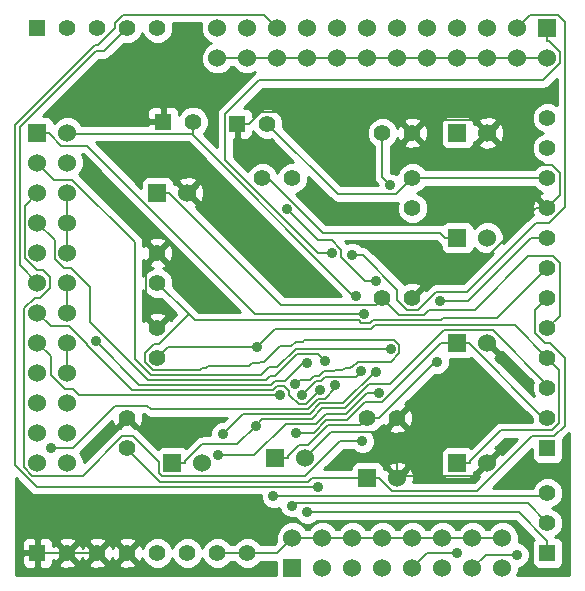
<source format=gbl>
G04 (created by PCBNEW (2013-03-31 BZR 4008)-stable) date 6/6/2013 1:10:11 PM*
%MOIN*%
G04 Gerber Fmt 3.4, Leading zero omitted, Abs format*
%FSLAX34Y34*%
G01*
G70*
G90*
G04 APERTURE LIST*
%ADD10C,0.006*%
%ADD11R,0.055X0.055*%
%ADD12C,0.055*%
%ADD13R,0.06X0.06*%
%ADD14C,0.06*%
%ADD15C,0.035*%
%ADD16C,0.008*%
%ADD17C,0.01*%
G04 APERTURE END LIST*
G54D10*
G54D11*
X16000Y-29000D03*
G54D12*
X17000Y-29000D03*
X18000Y-29000D03*
X19000Y-29000D03*
X20000Y-29000D03*
X21000Y-29000D03*
X22000Y-29000D03*
X23000Y-29000D03*
G54D11*
X16000Y-11500D03*
G54D12*
X17000Y-11500D03*
X18000Y-11500D03*
X19000Y-11500D03*
X20000Y-11500D03*
G54D11*
X33000Y-29000D03*
G54D12*
X33000Y-28000D03*
X33000Y-27000D03*
G54D11*
X22665Y-14696D03*
G54D12*
X23665Y-14696D03*
G54D11*
X20185Y-14629D03*
G54D12*
X21185Y-14629D03*
G54D11*
X33000Y-25500D03*
G54D12*
X33000Y-24500D03*
X33000Y-23500D03*
X33000Y-22500D03*
X33000Y-21500D03*
X33000Y-20500D03*
X33000Y-19500D03*
X33000Y-18500D03*
X33000Y-17500D03*
X33000Y-16500D03*
X33000Y-15500D03*
X33000Y-14500D03*
G54D13*
X24500Y-29500D03*
G54D14*
X24500Y-28500D03*
X25500Y-29500D03*
X25500Y-28500D03*
X26500Y-29500D03*
X26500Y-28500D03*
X27500Y-29500D03*
X27500Y-28500D03*
X28500Y-29500D03*
X28500Y-28500D03*
X29500Y-29500D03*
X29500Y-28500D03*
X30500Y-29500D03*
X30500Y-28500D03*
X31500Y-29500D03*
X31500Y-28500D03*
G54D13*
X33000Y-11500D03*
G54D14*
X33000Y-12500D03*
X32000Y-11500D03*
X32000Y-12500D03*
X31000Y-11500D03*
X31000Y-12500D03*
X30000Y-11500D03*
X30000Y-12500D03*
X29000Y-11500D03*
X29000Y-12500D03*
X28000Y-11500D03*
X28000Y-12500D03*
X27000Y-11500D03*
X27000Y-12500D03*
X26000Y-11500D03*
X26000Y-12500D03*
X25000Y-11500D03*
X25000Y-12500D03*
X24000Y-11500D03*
X24000Y-12500D03*
X23000Y-11500D03*
X23000Y-12500D03*
X22000Y-11500D03*
X22000Y-12500D03*
G54D13*
X16000Y-15000D03*
G54D14*
X17000Y-15000D03*
X16000Y-16000D03*
X17000Y-16000D03*
X16000Y-17000D03*
X17000Y-17000D03*
X16000Y-18000D03*
X17000Y-18000D03*
X16000Y-19000D03*
X17000Y-19000D03*
X16000Y-20000D03*
X17000Y-20000D03*
X16000Y-21000D03*
X17000Y-21000D03*
X16000Y-22000D03*
X17000Y-22000D03*
X16000Y-23000D03*
X17000Y-23000D03*
X16000Y-24000D03*
X17000Y-24000D03*
X16000Y-25000D03*
X17000Y-25000D03*
X16000Y-26000D03*
X17000Y-26000D03*
G54D13*
X30000Y-26000D03*
G54D14*
X31000Y-26000D03*
G54D13*
X20000Y-17000D03*
G54D14*
X21000Y-17000D03*
G54D13*
X27000Y-26500D03*
G54D14*
X28000Y-26500D03*
G54D13*
X30000Y-15000D03*
G54D14*
X31000Y-15000D03*
G54D13*
X23929Y-25838D03*
G54D14*
X24929Y-25838D03*
G54D13*
X20500Y-26000D03*
G54D14*
X21500Y-26000D03*
G54D13*
X30000Y-22000D03*
G54D14*
X31000Y-22000D03*
G54D13*
X30000Y-18500D03*
G54D14*
X31000Y-18500D03*
G54D12*
X23500Y-16500D03*
X24500Y-16500D03*
X27500Y-15000D03*
X28500Y-15000D03*
X20000Y-22500D03*
X20000Y-21500D03*
X28500Y-17500D03*
X28500Y-16500D03*
X27500Y-20500D03*
X28500Y-20500D03*
X19000Y-25500D03*
X19000Y-24500D03*
X20000Y-20000D03*
X20000Y-19000D03*
X27000Y-24500D03*
X28000Y-24500D03*
G54D15*
X23305Y-22135D03*
X26609Y-20425D03*
X24984Y-22683D03*
X17952Y-21944D03*
X24991Y-27641D03*
X24491Y-27425D03*
X23866Y-27118D03*
X26897Y-21020D03*
X26496Y-19076D03*
X25801Y-19006D03*
X30000Y-29000D03*
X27293Y-19932D03*
X24318Y-17550D03*
X25419Y-23560D03*
X25354Y-26795D03*
X31986Y-29065D03*
X22181Y-25038D03*
X27300Y-22965D03*
X27375Y-23665D03*
X22026Y-25732D03*
X27769Y-22190D03*
X26775Y-22951D03*
X24826Y-23744D03*
X26830Y-25272D03*
X24095Y-23737D03*
X25581Y-22612D03*
X25932Y-23418D03*
X16451Y-25507D03*
X24618Y-24991D03*
X27767Y-16746D03*
X23271Y-24755D03*
X29417Y-20593D03*
X29322Y-22639D03*
X24589Y-23356D03*
G54D16*
X23305Y-22135D02*
X23305Y-22135D01*
X20364Y-22135D02*
X23305Y-22135D01*
X20000Y-22500D02*
X20364Y-22135D01*
X30420Y-25947D02*
X30420Y-26000D01*
X31452Y-24915D02*
X30420Y-25947D01*
X33165Y-24915D02*
X31452Y-24915D01*
X33399Y-24681D02*
X33165Y-24915D01*
X33399Y-22899D02*
X33399Y-24681D01*
X33000Y-22500D02*
X33399Y-22899D01*
X30000Y-26000D02*
X30420Y-26000D01*
X31918Y-21418D02*
X33000Y-22500D01*
X27237Y-21418D02*
X31918Y-21418D01*
X27133Y-21522D02*
X27237Y-21418D01*
X23918Y-21522D02*
X27133Y-21522D01*
X23305Y-22135D02*
X23918Y-21522D01*
X30000Y-18500D02*
X29579Y-18500D01*
X23685Y-16500D02*
X23500Y-16500D01*
X25511Y-18326D02*
X23685Y-16500D01*
X29406Y-18326D02*
X25511Y-18326D01*
X29579Y-18500D02*
X29406Y-18326D01*
X17000Y-23000D02*
X17000Y-22000D01*
X17000Y-21000D02*
X17000Y-20000D01*
X17000Y-19000D02*
X17000Y-18000D01*
X17000Y-18000D02*
X17000Y-17000D01*
X22000Y-12500D02*
X23000Y-12500D01*
X23000Y-12500D02*
X24000Y-12500D01*
X24000Y-12500D02*
X25000Y-12500D01*
X25000Y-12500D02*
X26000Y-12500D01*
X26000Y-12500D02*
X27000Y-12500D01*
X27000Y-12500D02*
X28000Y-12500D01*
X28000Y-12500D02*
X29000Y-12500D01*
X29000Y-12500D02*
X30000Y-12500D01*
X30000Y-12500D02*
X31000Y-12500D01*
X31000Y-12500D02*
X32000Y-12500D01*
X32000Y-12500D02*
X33000Y-12500D01*
X21185Y-14629D02*
X21185Y-15025D01*
X26527Y-20425D02*
X26609Y-20425D01*
X21185Y-15082D02*
X26527Y-20425D01*
X21185Y-15025D02*
X21185Y-15082D01*
X17025Y-15025D02*
X17000Y-15000D01*
X21185Y-15025D02*
X17025Y-15025D01*
X31500Y-28500D02*
X30500Y-28500D01*
X30500Y-28500D02*
X29500Y-28500D01*
X29500Y-28500D02*
X28500Y-28500D01*
X28500Y-28500D02*
X27500Y-28500D01*
X27500Y-28500D02*
X26500Y-28500D01*
X23000Y-29000D02*
X22000Y-29000D01*
X25500Y-28500D02*
X26500Y-28500D01*
X33000Y-16500D02*
X28500Y-16500D01*
X26010Y-17041D02*
X23665Y-14696D01*
X27958Y-17041D02*
X26010Y-17041D01*
X28500Y-16500D02*
X27958Y-17041D01*
X24500Y-28500D02*
X25500Y-28500D01*
X24000Y-29000D02*
X23000Y-29000D01*
X24500Y-28500D02*
X24000Y-29000D01*
X33415Y-17084D02*
X33000Y-17500D01*
X33415Y-16350D02*
X33415Y-17084D01*
X33134Y-16069D02*
X33415Y-16350D01*
X32069Y-16069D02*
X33134Y-16069D01*
X31000Y-15000D02*
X32069Y-16069D01*
X18000Y-29000D02*
X17000Y-29000D01*
X17000Y-29000D02*
X16000Y-29000D01*
X19602Y-21102D02*
X20000Y-21500D01*
X19602Y-19397D02*
X19602Y-21102D01*
X20000Y-19000D02*
X19602Y-19397D01*
X28933Y-14566D02*
X28500Y-15000D01*
X30566Y-14566D02*
X28933Y-14566D01*
X31000Y-15000D02*
X30566Y-14566D01*
X22665Y-14696D02*
X23060Y-14696D01*
X23455Y-14301D02*
X23060Y-14696D01*
X27801Y-14301D02*
X23455Y-14301D01*
X28500Y-15000D02*
X27801Y-14301D01*
X32624Y-17500D02*
X33000Y-17500D01*
X30411Y-19713D02*
X32624Y-17500D01*
X29286Y-19713D02*
X30411Y-19713D01*
X28500Y-20500D02*
X29286Y-19713D01*
X25792Y-24975D02*
X27524Y-24975D01*
X24929Y-25838D02*
X25792Y-24975D01*
X27524Y-24975D02*
X28000Y-24500D01*
X28000Y-25450D02*
X28000Y-26420D01*
X27524Y-24975D02*
X28000Y-25450D01*
X28000Y-26500D02*
X28000Y-26420D01*
X30579Y-26420D02*
X31000Y-26000D01*
X28000Y-26420D02*
X30579Y-26420D01*
X15419Y-19419D02*
X16000Y-20000D01*
X15419Y-14800D02*
X15419Y-19419D01*
X17939Y-12281D02*
X15419Y-14800D01*
X18218Y-12281D02*
X17939Y-12281D01*
X19000Y-11500D02*
X18218Y-12281D01*
X19400Y-23392D02*
X17952Y-21944D01*
X23797Y-23392D02*
X19400Y-23392D01*
X23907Y-23282D02*
X23797Y-23392D01*
X24236Y-23282D02*
X23907Y-23282D01*
X24835Y-22683D02*
X24236Y-23282D01*
X24984Y-22683D02*
X24835Y-22683D01*
X33000Y-29000D02*
X33000Y-28604D01*
X32036Y-27641D02*
X24991Y-27641D01*
X33000Y-28604D02*
X32036Y-27641D01*
X24571Y-27344D02*
X24491Y-27425D01*
X32344Y-27344D02*
X24571Y-27344D01*
X33000Y-28000D02*
X32344Y-27344D01*
X32881Y-27118D02*
X33000Y-27000D01*
X23866Y-27118D02*
X32881Y-27118D01*
X16000Y-15000D02*
X16420Y-15000D01*
X23235Y-21020D02*
X26897Y-21020D01*
X17634Y-15420D02*
X23235Y-21020D01*
X16787Y-15420D02*
X17634Y-15420D01*
X16420Y-15052D02*
X16787Y-15420D01*
X16420Y-15000D02*
X16420Y-15052D01*
X26854Y-19076D02*
X26496Y-19076D01*
X28000Y-20221D02*
X26854Y-19076D01*
X28000Y-20577D02*
X28000Y-20221D01*
X28318Y-20895D02*
X28000Y-20577D01*
X28698Y-20895D02*
X28318Y-20895D01*
X29295Y-20298D02*
X28698Y-20895D01*
X30314Y-20298D02*
X29295Y-20298D01*
X32613Y-18000D02*
X30314Y-20298D01*
X33061Y-18000D02*
X32613Y-18000D01*
X33593Y-17468D02*
X33061Y-18000D01*
X33593Y-11310D02*
X33593Y-17468D01*
X33363Y-11079D02*
X33593Y-11310D01*
X32420Y-11079D02*
X33363Y-11079D01*
X32000Y-11500D02*
X32420Y-11079D01*
X33000Y-11500D02*
X33000Y-11920D01*
X25357Y-19006D02*
X25801Y-19006D01*
X22267Y-15916D02*
X25357Y-19006D01*
X22267Y-14368D02*
X22267Y-15916D01*
X23395Y-13240D02*
X22267Y-14368D01*
X32864Y-13240D02*
X23395Y-13240D01*
X33420Y-12684D02*
X32864Y-13240D01*
X33420Y-12287D02*
X33420Y-12684D01*
X33052Y-11920D02*
X33420Y-12287D01*
X33000Y-11920D02*
X33052Y-11920D01*
X29000Y-29000D02*
X28500Y-29500D01*
X30000Y-29000D02*
X29000Y-29000D01*
X26930Y-19932D02*
X27293Y-19932D01*
X26120Y-19122D02*
X26930Y-19932D01*
X26120Y-18887D02*
X26120Y-19122D01*
X25812Y-18580D02*
X26120Y-18887D01*
X25348Y-18580D02*
X25812Y-18580D01*
X24318Y-17550D02*
X25348Y-18580D01*
X16434Y-21434D02*
X16000Y-21000D01*
X17065Y-21434D02*
X16434Y-21434D01*
X17657Y-22026D02*
X17065Y-21434D01*
X17657Y-22066D02*
X17657Y-22026D01*
X19159Y-23568D02*
X17657Y-22066D01*
X23847Y-23568D02*
X19159Y-23568D01*
X23973Y-23442D02*
X23847Y-23568D01*
X24218Y-23442D02*
X23973Y-23442D01*
X24391Y-23615D02*
X24218Y-23442D01*
X24391Y-23726D02*
X24391Y-23615D01*
X24706Y-24042D02*
X24391Y-23726D01*
X24946Y-24042D02*
X24706Y-24042D01*
X25419Y-23569D02*
X24946Y-24042D01*
X25419Y-23560D02*
X25419Y-23569D01*
X15969Y-26795D02*
X25354Y-26795D01*
X15255Y-26080D02*
X15969Y-26795D01*
X15255Y-14727D02*
X15255Y-26080D01*
X17918Y-12064D02*
X15255Y-14727D01*
X18011Y-12064D02*
X17918Y-12064D01*
X18580Y-11495D02*
X18011Y-12064D01*
X18580Y-11334D02*
X18580Y-11495D01*
X18851Y-11063D02*
X18580Y-11334D01*
X23563Y-11063D02*
X18851Y-11063D01*
X24000Y-11500D02*
X23563Y-11063D01*
X30934Y-29065D02*
X30500Y-29500D01*
X31986Y-29065D02*
X30934Y-29065D01*
X22849Y-24370D02*
X22181Y-25038D01*
X25071Y-24370D02*
X22849Y-24370D01*
X25425Y-24015D02*
X25071Y-24370D01*
X26185Y-24015D02*
X25425Y-24015D01*
X27234Y-22965D02*
X26185Y-24015D01*
X27300Y-22965D02*
X27234Y-22965D01*
X23231Y-25732D02*
X22026Y-25732D01*
X24273Y-24690D02*
X23231Y-25732D01*
X25283Y-24690D02*
X24273Y-24690D01*
X25605Y-24368D02*
X25283Y-24690D01*
X26284Y-24368D02*
X25605Y-24368D01*
X26988Y-23665D02*
X26284Y-24368D01*
X27375Y-23665D02*
X26988Y-23665D01*
X16556Y-16556D02*
X16000Y-16000D01*
X17150Y-16556D02*
X16556Y-16556D01*
X19238Y-18644D02*
X17150Y-16556D01*
X19238Y-22530D02*
X19238Y-18644D01*
X19774Y-23067D02*
X19238Y-22530D01*
X23443Y-23067D02*
X19774Y-23067D01*
X23708Y-22801D02*
X23443Y-23067D01*
X23991Y-22801D02*
X23708Y-22801D01*
X24602Y-22190D02*
X23991Y-22801D01*
X27769Y-22190D02*
X24602Y-22190D01*
X24826Y-23735D02*
X24826Y-23744D01*
X25297Y-23265D02*
X24826Y-23735D01*
X25453Y-23265D02*
X25297Y-23265D01*
X25594Y-23123D02*
X25453Y-23265D01*
X26603Y-23123D02*
X25594Y-23123D01*
X26775Y-22951D02*
X26603Y-23123D01*
X26089Y-25272D02*
X26830Y-25272D01*
X24924Y-26437D02*
X26089Y-25272D01*
X20134Y-26437D02*
X24924Y-26437D01*
X20042Y-26344D02*
X20134Y-26437D01*
X20042Y-25964D02*
X20042Y-26344D01*
X19182Y-25104D02*
X20042Y-25964D01*
X18827Y-25104D02*
X19182Y-25104D01*
X17508Y-26423D02*
X18827Y-25104D01*
X15829Y-26423D02*
X17508Y-26423D01*
X15556Y-26150D02*
X15829Y-26423D01*
X15556Y-20845D02*
X15556Y-26150D01*
X15901Y-20500D02*
X15556Y-20845D01*
X16094Y-20500D02*
X15901Y-20500D01*
X16420Y-20174D02*
X16094Y-20500D01*
X16420Y-19792D02*
X16420Y-20174D01*
X16198Y-19570D02*
X16420Y-19792D01*
X15976Y-19570D02*
X16198Y-19570D01*
X15579Y-19174D02*
X15976Y-19570D01*
X15579Y-17420D02*
X15579Y-19174D01*
X16000Y-17000D02*
X15579Y-17420D01*
X16448Y-22448D02*
X16000Y-22000D01*
X16448Y-23065D02*
X16448Y-22448D01*
X16910Y-23528D02*
X16448Y-23065D01*
X17188Y-23528D02*
X16910Y-23528D01*
X17397Y-23737D02*
X17188Y-23528D01*
X24095Y-23737D02*
X17397Y-23737D01*
X16579Y-18579D02*
X16000Y-18000D01*
X16579Y-19199D02*
X16579Y-18579D01*
X16880Y-19500D02*
X16579Y-19199D01*
X17114Y-19500D02*
X16880Y-19500D01*
X17760Y-20145D02*
X17114Y-19500D01*
X17760Y-21301D02*
X17760Y-20145D01*
X19691Y-23232D02*
X17760Y-21301D01*
X23617Y-23232D02*
X19691Y-23232D01*
X23735Y-23114D02*
X23617Y-23232D01*
X23905Y-23114D02*
X23735Y-23114D01*
X24649Y-22370D02*
X23905Y-23114D01*
X25339Y-22370D02*
X24649Y-22370D01*
X25581Y-22612D02*
X25339Y-22370D01*
X17172Y-25507D02*
X16451Y-25507D01*
X18591Y-24088D02*
X17172Y-25507D01*
X19654Y-24088D02*
X18591Y-24088D01*
X19775Y-24210D02*
X19654Y-24088D01*
X25004Y-24210D02*
X19775Y-24210D01*
X25359Y-23855D02*
X25004Y-24210D01*
X25580Y-23855D02*
X25359Y-23855D01*
X25932Y-23503D02*
X25580Y-23855D01*
X25932Y-23418D02*
X25932Y-23503D01*
X30210Y-22000D02*
X30420Y-22000D01*
X30210Y-22000D02*
X30000Y-22000D01*
X30420Y-22052D02*
X30420Y-22000D01*
X32867Y-24500D02*
X30420Y-22052D01*
X33000Y-24500D02*
X32867Y-24500D01*
X30000Y-22000D02*
X29579Y-22000D01*
X27500Y-16479D02*
X27767Y-16746D01*
X27500Y-15000D02*
X27500Y-16479D01*
X25208Y-24991D02*
X24618Y-24991D01*
X25624Y-24575D02*
X25208Y-24991D01*
X26304Y-24575D02*
X25624Y-24575D01*
X26919Y-23960D02*
X26304Y-24575D01*
X27497Y-23960D02*
X26919Y-23960D01*
X29458Y-22000D02*
X27497Y-23960D01*
X29579Y-22000D02*
X29458Y-22000D01*
X20500Y-26000D02*
X20920Y-26000D01*
X20920Y-25947D02*
X20920Y-26000D01*
X21490Y-25376D02*
X20920Y-25947D01*
X22649Y-25376D02*
X21490Y-25376D01*
X23271Y-24755D02*
X22649Y-25376D01*
X23496Y-24530D02*
X23271Y-24755D01*
X25137Y-24530D02*
X23496Y-24530D01*
X25492Y-24175D02*
X25137Y-24530D01*
X26251Y-24175D02*
X25492Y-24175D01*
X27056Y-23370D02*
X26251Y-24175D01*
X27751Y-23370D02*
X27056Y-23370D01*
X29543Y-21578D02*
X27751Y-23370D01*
X31174Y-21578D02*
X29543Y-21578D01*
X33000Y-23403D02*
X31174Y-21578D01*
X33000Y-23500D02*
X33000Y-23403D01*
X20000Y-17000D02*
X20420Y-17000D01*
X33405Y-21094D02*
X33000Y-21500D01*
X33405Y-19329D02*
X33405Y-21094D01*
X33175Y-19099D02*
X33405Y-19329D01*
X32367Y-19099D02*
X33175Y-19099D01*
X30571Y-20895D02*
X32367Y-19099D01*
X29041Y-20895D02*
X30571Y-20895D01*
X28881Y-21055D02*
X29041Y-20895D01*
X28055Y-21055D02*
X28881Y-21055D01*
X27500Y-20500D02*
X28055Y-21055D01*
X27279Y-20720D02*
X27500Y-20500D01*
X24115Y-20720D02*
X27279Y-20720D01*
X20420Y-17025D02*
X24115Y-20720D01*
X20420Y-17000D02*
X20420Y-17025D01*
X32460Y-18500D02*
X33000Y-18500D01*
X30366Y-20593D02*
X32460Y-18500D01*
X29417Y-20593D02*
X30366Y-20593D01*
X27393Y-24500D02*
X27000Y-24500D01*
X29254Y-22639D02*
X27393Y-24500D01*
X29322Y-22639D02*
X29254Y-22639D01*
X24349Y-25786D02*
X24349Y-25838D01*
X24716Y-25418D02*
X24349Y-25786D01*
X25008Y-25418D02*
X24716Y-25418D01*
X25691Y-24736D02*
X25008Y-25418D01*
X26763Y-24736D02*
X25691Y-24736D01*
X27000Y-24500D02*
X26763Y-24736D01*
X23929Y-25838D02*
X24349Y-25838D01*
X25157Y-26500D02*
X27000Y-26500D01*
X25028Y-26628D02*
X25157Y-26500D01*
X20099Y-26628D02*
X25028Y-26628D01*
X19000Y-25529D02*
X20099Y-26628D01*
X19000Y-25500D02*
X19000Y-25529D01*
X32589Y-20910D02*
X33000Y-20500D01*
X32589Y-21676D02*
X32589Y-20910D01*
X32913Y-22000D02*
X32589Y-21676D01*
X33076Y-22000D02*
X32913Y-22000D01*
X33573Y-22497D02*
X33076Y-22000D01*
X33573Y-24758D02*
X33573Y-22497D01*
X33226Y-25104D02*
X33573Y-24758D01*
X32494Y-25104D02*
X33226Y-25104D01*
X30664Y-26934D02*
X32494Y-25104D01*
X27802Y-26934D02*
X30664Y-26934D01*
X27420Y-26552D02*
X27802Y-26934D01*
X27420Y-26500D02*
X27420Y-26552D01*
X27000Y-26500D02*
X27420Y-26500D01*
X21038Y-21038D02*
X20000Y-20000D01*
X31317Y-21182D02*
X33000Y-19500D01*
X29527Y-21182D02*
X31317Y-21182D01*
X29456Y-21253D02*
X29527Y-21182D01*
X27176Y-21253D02*
X29456Y-21253D01*
X27094Y-21335D02*
X27176Y-21253D01*
X26795Y-21335D02*
X27094Y-21335D01*
X26712Y-21253D02*
X26795Y-21335D01*
X21253Y-21253D02*
X26712Y-21253D01*
X21038Y-21038D02*
X21253Y-21253D01*
X24630Y-23356D02*
X24589Y-23356D01*
X24735Y-23250D02*
X24630Y-23356D01*
X25084Y-23250D02*
X24735Y-23250D01*
X25230Y-23105D02*
X25084Y-23250D01*
X25380Y-23105D02*
X25230Y-23105D01*
X25554Y-22930D02*
X25380Y-23105D01*
X25890Y-22930D02*
X25554Y-22930D01*
X25928Y-22892D02*
X25890Y-22930D01*
X26155Y-22892D02*
X25928Y-22892D01*
X26175Y-22872D02*
X26155Y-22892D01*
X26211Y-22872D02*
X26175Y-22872D01*
X26249Y-22834D02*
X26211Y-22872D01*
X26404Y-22834D02*
X26249Y-22834D01*
X26423Y-22815D02*
X26404Y-22834D01*
X26480Y-22815D02*
X26423Y-22815D01*
X26672Y-22623D02*
X26480Y-22815D01*
X27774Y-22623D02*
X26672Y-22623D01*
X28064Y-22333D02*
X27774Y-22623D01*
X28064Y-22068D02*
X28064Y-22333D01*
X27891Y-21895D02*
X28064Y-22068D01*
X25648Y-21895D02*
X27891Y-21895D01*
X25638Y-21905D02*
X25648Y-21895D01*
X24889Y-21905D02*
X25638Y-21905D01*
X24837Y-21957D02*
X24889Y-21905D01*
X24608Y-21957D02*
X24837Y-21957D01*
X24461Y-22105D02*
X24608Y-21957D01*
X24088Y-22105D02*
X24461Y-22105D01*
X23547Y-22646D02*
X24088Y-22105D01*
X23413Y-22646D02*
X23547Y-22646D01*
X23387Y-22672D02*
X23413Y-22646D01*
X23161Y-22672D02*
X23387Y-22672D01*
X23089Y-22744D02*
X23161Y-22672D01*
X23071Y-22744D02*
X23089Y-22744D01*
X23058Y-22757D02*
X23071Y-22744D01*
X21673Y-22757D02*
X23058Y-22757D01*
X21607Y-22824D02*
X21673Y-22757D01*
X21495Y-22824D02*
X21607Y-22824D01*
X21415Y-22904D02*
X21495Y-22824D01*
X19842Y-22904D02*
X21415Y-22904D01*
X19583Y-22646D02*
X19842Y-22904D01*
X19583Y-22324D02*
X19583Y-22646D01*
X19877Y-22031D02*
X19583Y-22324D01*
X20045Y-22031D02*
X19877Y-22031D01*
X21038Y-21038D02*
X20045Y-22031D01*
G54D10*
G36*
X20628Y-21038D02*
X20443Y-21222D01*
X20367Y-21202D01*
X20297Y-21273D01*
X20297Y-21132D01*
X20272Y-21039D01*
X20075Y-20970D01*
X19867Y-20981D01*
X19727Y-21039D01*
X19702Y-21132D01*
X20000Y-21429D01*
X20297Y-21132D01*
X20297Y-21273D01*
X20070Y-21500D01*
X20076Y-21505D01*
X20005Y-21576D01*
X20000Y-21570D01*
X19994Y-21576D01*
X19923Y-21505D01*
X19929Y-21500D01*
X19632Y-21202D01*
X19539Y-21227D01*
X19528Y-21258D01*
X19528Y-20233D01*
X19554Y-20297D01*
X19702Y-20444D01*
X19895Y-20524D01*
X20103Y-20525D01*
X20111Y-20521D01*
X20628Y-21038D01*
X20628Y-21038D01*
G37*
G54D17*
X20628Y-21038D02*
X20443Y-21222D01*
X20367Y-21202D01*
X20297Y-21273D01*
X20297Y-21132D01*
X20272Y-21039D01*
X20075Y-20970D01*
X19867Y-20981D01*
X19727Y-21039D01*
X19702Y-21132D01*
X20000Y-21429D01*
X20297Y-21132D01*
X20297Y-21273D01*
X20070Y-21500D01*
X20076Y-21505D01*
X20005Y-21576D01*
X20000Y-21570D01*
X19994Y-21576D01*
X19923Y-21505D01*
X19929Y-21500D01*
X19632Y-21202D01*
X19539Y-21227D01*
X19528Y-21258D01*
X19528Y-20233D01*
X19554Y-20297D01*
X19702Y-20444D01*
X19895Y-20524D01*
X20103Y-20525D01*
X20111Y-20521D01*
X20628Y-21038D01*
G54D10*
G36*
X22309Y-24500D02*
X22196Y-24613D01*
X22097Y-24613D01*
X21940Y-24678D01*
X21821Y-24797D01*
X21756Y-24953D01*
X21756Y-25086D01*
X21490Y-25086D01*
X21490Y-25086D01*
X21472Y-25090D01*
X21379Y-25108D01*
X21285Y-25171D01*
X21285Y-25171D01*
X21285Y-25171D01*
X20955Y-25501D01*
X20941Y-25488D01*
X20849Y-25450D01*
X20750Y-25449D01*
X20150Y-25449D01*
X20058Y-25487D01*
X20016Y-25529D01*
X19387Y-24899D01*
X19293Y-24836D01*
X19259Y-24830D01*
X19000Y-24570D01*
X18738Y-24832D01*
X18716Y-24836D01*
X18621Y-24899D01*
X18621Y-24899D01*
X17550Y-25971D01*
X17550Y-25891D01*
X17466Y-25688D01*
X17433Y-25656D01*
X18480Y-24609D01*
X18481Y-24632D01*
X18539Y-24772D01*
X18632Y-24797D01*
X18929Y-24500D01*
X18923Y-24494D01*
X18994Y-24423D01*
X19000Y-24429D01*
X19005Y-24423D01*
X19076Y-24494D01*
X19070Y-24500D01*
X19367Y-24797D01*
X19460Y-24772D01*
X19529Y-24575D01*
X19519Y-24378D01*
X19534Y-24378D01*
X19570Y-24415D01*
X19570Y-24415D01*
X19664Y-24477D01*
X19775Y-24500D01*
X19775Y-24499D01*
X19775Y-24500D01*
X22309Y-24500D01*
X22309Y-24500D01*
G37*
G54D17*
X22309Y-24500D02*
X22196Y-24613D01*
X22097Y-24613D01*
X21940Y-24678D01*
X21821Y-24797D01*
X21756Y-24953D01*
X21756Y-25086D01*
X21490Y-25086D01*
X21490Y-25086D01*
X21472Y-25090D01*
X21379Y-25108D01*
X21285Y-25171D01*
X21285Y-25171D01*
X21285Y-25171D01*
X20955Y-25501D01*
X20941Y-25488D01*
X20849Y-25450D01*
X20750Y-25449D01*
X20150Y-25449D01*
X20058Y-25487D01*
X20016Y-25529D01*
X19387Y-24899D01*
X19293Y-24836D01*
X19259Y-24830D01*
X19000Y-24570D01*
X18738Y-24832D01*
X18716Y-24836D01*
X18621Y-24899D01*
X18621Y-24899D01*
X17550Y-25971D01*
X17550Y-25891D01*
X17466Y-25688D01*
X17433Y-25656D01*
X18480Y-24609D01*
X18481Y-24632D01*
X18539Y-24772D01*
X18632Y-24797D01*
X18929Y-24500D01*
X18923Y-24494D01*
X18994Y-24423D01*
X19000Y-24429D01*
X19005Y-24423D01*
X19076Y-24494D01*
X19070Y-24500D01*
X19367Y-24797D01*
X19460Y-24772D01*
X19529Y-24575D01*
X19519Y-24378D01*
X19534Y-24378D01*
X19570Y-24415D01*
X19570Y-24415D01*
X19664Y-24477D01*
X19775Y-24500D01*
X19775Y-24499D01*
X19775Y-24500D01*
X22309Y-24500D01*
G54D10*
G36*
X22767Y-20963D02*
X21373Y-20963D01*
X21243Y-20833D01*
X21243Y-20833D01*
X20529Y-20119D01*
X20529Y-19075D01*
X20518Y-18867D01*
X20460Y-18727D01*
X20367Y-18702D01*
X20297Y-18773D01*
X20297Y-18632D01*
X20272Y-18539D01*
X20075Y-18470D01*
X19867Y-18481D01*
X19727Y-18539D01*
X19702Y-18632D01*
X20000Y-18929D01*
X20297Y-18632D01*
X20297Y-18773D01*
X20070Y-19000D01*
X20367Y-19297D01*
X20460Y-19272D01*
X20529Y-19075D01*
X20529Y-20119D01*
X20522Y-20111D01*
X20524Y-20104D01*
X20525Y-19896D01*
X20445Y-19703D01*
X20297Y-19555D01*
X20171Y-19502D01*
X20272Y-19460D01*
X20297Y-19367D01*
X20000Y-19070D01*
X19702Y-19367D01*
X19727Y-19460D01*
X19837Y-19499D01*
X19703Y-19554D01*
X19555Y-19702D01*
X19528Y-19766D01*
X19528Y-19246D01*
X19539Y-19272D01*
X19632Y-19297D01*
X19929Y-19000D01*
X19632Y-18702D01*
X19539Y-18727D01*
X19528Y-18758D01*
X19528Y-18644D01*
X19506Y-18533D01*
X19443Y-18439D01*
X17391Y-16386D01*
X17465Y-16311D01*
X17549Y-16109D01*
X17550Y-15891D01*
X17475Y-15710D01*
X17514Y-15710D01*
X22767Y-20963D01*
X22767Y-20963D01*
G37*
G54D17*
X22767Y-20963D02*
X21373Y-20963D01*
X21243Y-20833D01*
X21243Y-20833D01*
X20529Y-20119D01*
X20529Y-19075D01*
X20518Y-18867D01*
X20460Y-18727D01*
X20367Y-18702D01*
X20297Y-18773D01*
X20297Y-18632D01*
X20272Y-18539D01*
X20075Y-18470D01*
X19867Y-18481D01*
X19727Y-18539D01*
X19702Y-18632D01*
X20000Y-18929D01*
X20297Y-18632D01*
X20297Y-18773D01*
X20070Y-19000D01*
X20367Y-19297D01*
X20460Y-19272D01*
X20529Y-19075D01*
X20529Y-20119D01*
X20522Y-20111D01*
X20524Y-20104D01*
X20525Y-19896D01*
X20445Y-19703D01*
X20297Y-19555D01*
X20171Y-19502D01*
X20272Y-19460D01*
X20297Y-19367D01*
X20000Y-19070D01*
X19702Y-19367D01*
X19727Y-19460D01*
X19837Y-19499D01*
X19703Y-19554D01*
X19555Y-19702D01*
X19528Y-19766D01*
X19528Y-19246D01*
X19539Y-19272D01*
X19632Y-19297D01*
X19929Y-19000D01*
X19632Y-18702D01*
X19539Y-18727D01*
X19528Y-18758D01*
X19528Y-18644D01*
X19506Y-18533D01*
X19443Y-18439D01*
X17391Y-16386D01*
X17465Y-16311D01*
X17549Y-16109D01*
X17550Y-15891D01*
X17475Y-15710D01*
X17514Y-15710D01*
X22767Y-20963D01*
G54D10*
G36*
X23266Y-12985D02*
X23190Y-13035D01*
X23190Y-13035D01*
X22062Y-14163D01*
X21999Y-14257D01*
X21977Y-14368D01*
X21977Y-15465D01*
X21534Y-15022D01*
X21629Y-14927D01*
X21709Y-14734D01*
X21710Y-14525D01*
X21630Y-14332D01*
X21482Y-14185D01*
X21289Y-14105D01*
X21081Y-14104D01*
X20888Y-14184D01*
X20740Y-14332D01*
X20710Y-14404D01*
X20710Y-14404D01*
X20709Y-14304D01*
X20671Y-14213D01*
X20601Y-14142D01*
X20509Y-14104D01*
X20297Y-14104D01*
X20235Y-14167D01*
X20235Y-14579D01*
X20242Y-14579D01*
X20242Y-14679D01*
X20235Y-14679D01*
X20235Y-14687D01*
X20135Y-14687D01*
X20135Y-14679D01*
X20135Y-14579D01*
X20135Y-14167D01*
X20072Y-14104D01*
X19860Y-14104D01*
X19768Y-14142D01*
X19698Y-14213D01*
X19660Y-14304D01*
X19659Y-14404D01*
X19660Y-14517D01*
X19722Y-14579D01*
X20135Y-14579D01*
X20135Y-14679D01*
X19722Y-14679D01*
X19667Y-14735D01*
X17485Y-14735D01*
X17466Y-14688D01*
X17311Y-14534D01*
X17109Y-14450D01*
X16891Y-14449D01*
X16688Y-14533D01*
X16550Y-14672D01*
X16550Y-14650D01*
X16512Y-14558D01*
X16441Y-14488D01*
X16349Y-14450D01*
X16250Y-14449D01*
X16180Y-14449D01*
X18059Y-12571D01*
X18218Y-12571D01*
X18329Y-12549D01*
X18423Y-12486D01*
X18888Y-12022D01*
X18895Y-12024D01*
X19103Y-12025D01*
X19297Y-11945D01*
X19444Y-11797D01*
X19500Y-11664D01*
X19554Y-11797D01*
X19702Y-11944D01*
X19895Y-12024D01*
X20103Y-12025D01*
X20297Y-11945D01*
X20444Y-11797D01*
X20524Y-11604D01*
X20525Y-11396D01*
X20507Y-11353D01*
X21465Y-11353D01*
X21450Y-11390D01*
X21449Y-11608D01*
X21533Y-11811D01*
X21688Y-11965D01*
X21769Y-11999D01*
X21688Y-12033D01*
X21534Y-12188D01*
X21450Y-12390D01*
X21449Y-12608D01*
X21533Y-12811D01*
X21688Y-12965D01*
X21890Y-13049D01*
X22108Y-13050D01*
X22311Y-12966D01*
X22465Y-12811D01*
X22475Y-12790D01*
X22524Y-12790D01*
X22533Y-12811D01*
X22688Y-12965D01*
X22890Y-13049D01*
X23108Y-13050D01*
X23266Y-12985D01*
X23266Y-12985D01*
G37*
G54D17*
X23266Y-12985D02*
X23190Y-13035D01*
X23190Y-13035D01*
X22062Y-14163D01*
X21999Y-14257D01*
X21977Y-14368D01*
X21977Y-15465D01*
X21534Y-15022D01*
X21629Y-14927D01*
X21709Y-14734D01*
X21710Y-14525D01*
X21630Y-14332D01*
X21482Y-14185D01*
X21289Y-14105D01*
X21081Y-14104D01*
X20888Y-14184D01*
X20740Y-14332D01*
X20710Y-14404D01*
X20710Y-14404D01*
X20709Y-14304D01*
X20671Y-14213D01*
X20601Y-14142D01*
X20509Y-14104D01*
X20297Y-14104D01*
X20235Y-14167D01*
X20235Y-14579D01*
X20242Y-14579D01*
X20242Y-14679D01*
X20235Y-14679D01*
X20235Y-14687D01*
X20135Y-14687D01*
X20135Y-14679D01*
X20135Y-14579D01*
X20135Y-14167D01*
X20072Y-14104D01*
X19860Y-14104D01*
X19768Y-14142D01*
X19698Y-14213D01*
X19660Y-14304D01*
X19659Y-14404D01*
X19660Y-14517D01*
X19722Y-14579D01*
X20135Y-14579D01*
X20135Y-14679D01*
X19722Y-14679D01*
X19667Y-14735D01*
X17485Y-14735D01*
X17466Y-14688D01*
X17311Y-14534D01*
X17109Y-14450D01*
X16891Y-14449D01*
X16688Y-14533D01*
X16550Y-14672D01*
X16550Y-14650D01*
X16512Y-14558D01*
X16441Y-14488D01*
X16349Y-14450D01*
X16250Y-14449D01*
X16180Y-14449D01*
X18059Y-12571D01*
X18218Y-12571D01*
X18329Y-12549D01*
X18423Y-12486D01*
X18888Y-12022D01*
X18895Y-12024D01*
X19103Y-12025D01*
X19297Y-11945D01*
X19444Y-11797D01*
X19500Y-11664D01*
X19554Y-11797D01*
X19702Y-11944D01*
X19895Y-12024D01*
X20103Y-12025D01*
X20297Y-11945D01*
X20444Y-11797D01*
X20524Y-11604D01*
X20525Y-11396D01*
X20507Y-11353D01*
X21465Y-11353D01*
X21450Y-11390D01*
X21449Y-11608D01*
X21533Y-11811D01*
X21688Y-11965D01*
X21769Y-11999D01*
X21688Y-12033D01*
X21534Y-12188D01*
X21450Y-12390D01*
X21449Y-12608D01*
X21533Y-12811D01*
X21688Y-12965D01*
X21890Y-13049D01*
X22108Y-13050D01*
X22311Y-12966D01*
X22465Y-12811D01*
X22475Y-12790D01*
X22524Y-12790D01*
X22533Y-12811D01*
X22688Y-12965D01*
X22890Y-13049D01*
X23108Y-13050D01*
X23266Y-12985D01*
G54D10*
G36*
X24533Y-15975D02*
X24396Y-15974D01*
X24203Y-16054D01*
X24055Y-16202D01*
X23999Y-16335D01*
X23945Y-16203D01*
X23797Y-16055D01*
X23604Y-15975D01*
X23396Y-15974D01*
X23203Y-16054D01*
X23055Y-16202D01*
X23028Y-16267D01*
X22557Y-15796D01*
X22557Y-15217D01*
X22615Y-15159D01*
X22615Y-14746D01*
X22607Y-14746D01*
X22607Y-14646D01*
X22615Y-14646D01*
X22615Y-14638D01*
X22715Y-14638D01*
X22715Y-14646D01*
X22723Y-14646D01*
X22723Y-14746D01*
X22715Y-14746D01*
X22715Y-15159D01*
X22777Y-15221D01*
X22989Y-15221D01*
X23081Y-15183D01*
X23152Y-15113D01*
X23190Y-15021D01*
X23190Y-14922D01*
X23190Y-14922D01*
X23220Y-14993D01*
X23367Y-15141D01*
X23560Y-15221D01*
X23769Y-15221D01*
X23777Y-15218D01*
X24533Y-15975D01*
X24533Y-15975D01*
G37*
G54D17*
X24533Y-15975D02*
X24396Y-15974D01*
X24203Y-16054D01*
X24055Y-16202D01*
X23999Y-16335D01*
X23945Y-16203D01*
X23797Y-16055D01*
X23604Y-15975D01*
X23396Y-15974D01*
X23203Y-16054D01*
X23055Y-16202D01*
X23028Y-16267D01*
X22557Y-15796D01*
X22557Y-15217D01*
X22615Y-15159D01*
X22615Y-14746D01*
X22607Y-14746D01*
X22607Y-14646D01*
X22615Y-14646D01*
X22615Y-14638D01*
X22715Y-14638D01*
X22715Y-14646D01*
X22723Y-14646D01*
X22723Y-14746D01*
X22715Y-14746D01*
X22715Y-15159D01*
X22777Y-15221D01*
X22989Y-15221D01*
X23081Y-15183D01*
X23152Y-15113D01*
X23190Y-15021D01*
X23190Y-14922D01*
X23190Y-14922D01*
X23220Y-14993D01*
X23367Y-15141D01*
X23560Y-15221D01*
X23769Y-15221D01*
X23777Y-15218D01*
X24533Y-15975D01*
G54D10*
G36*
X25005Y-25844D02*
X24934Y-25914D01*
X24929Y-25909D01*
X24923Y-25914D01*
X24852Y-25844D01*
X24858Y-25838D01*
X24852Y-25833D01*
X24923Y-25762D01*
X24929Y-25767D01*
X24934Y-25762D01*
X25005Y-25833D01*
X24999Y-25838D01*
X25005Y-25844D01*
X25005Y-25844D01*
G37*
G54D17*
X25005Y-25844D02*
X24934Y-25914D01*
X24929Y-25909D01*
X24923Y-25914D01*
X24852Y-25844D01*
X24858Y-25838D01*
X24852Y-25833D01*
X24923Y-25762D01*
X24929Y-25767D01*
X24934Y-25762D01*
X25005Y-25833D01*
X24999Y-25838D01*
X25005Y-25844D01*
G54D10*
G36*
X26122Y-20430D02*
X24235Y-20430D01*
X21554Y-17749D01*
X21554Y-17081D01*
X21543Y-16863D01*
X21481Y-16712D01*
X21385Y-16684D01*
X21315Y-16755D01*
X21315Y-16614D01*
X21287Y-16518D01*
X21081Y-16445D01*
X20863Y-16456D01*
X20712Y-16518D01*
X20684Y-16614D01*
X21000Y-16929D01*
X21315Y-16614D01*
X21315Y-16755D01*
X21070Y-17000D01*
X21385Y-17315D01*
X21481Y-17287D01*
X21554Y-17081D01*
X21554Y-17749D01*
X21286Y-17481D01*
X21287Y-17481D01*
X21315Y-17385D01*
X21000Y-17070D01*
X20994Y-17076D01*
X20923Y-17005D01*
X20929Y-17000D01*
X20614Y-16684D01*
X20550Y-16703D01*
X20550Y-16650D01*
X20512Y-16558D01*
X20441Y-16488D01*
X20349Y-16450D01*
X20250Y-16449D01*
X19650Y-16449D01*
X19558Y-16487D01*
X19488Y-16558D01*
X19450Y-16650D01*
X19449Y-16749D01*
X19449Y-16825D01*
X17939Y-15315D01*
X21007Y-15315D01*
X26122Y-20430D01*
X26122Y-20430D01*
G37*
G54D17*
X26122Y-20430D02*
X24235Y-20430D01*
X21554Y-17749D01*
X21554Y-17081D01*
X21543Y-16863D01*
X21481Y-16712D01*
X21385Y-16684D01*
X21315Y-16755D01*
X21315Y-16614D01*
X21287Y-16518D01*
X21081Y-16445D01*
X20863Y-16456D01*
X20712Y-16518D01*
X20684Y-16614D01*
X21000Y-16929D01*
X21315Y-16614D01*
X21315Y-16755D01*
X21070Y-17000D01*
X21385Y-17315D01*
X21481Y-17287D01*
X21554Y-17081D01*
X21554Y-17749D01*
X21286Y-17481D01*
X21287Y-17481D01*
X21315Y-17385D01*
X21000Y-17070D01*
X20994Y-17076D01*
X20923Y-17005D01*
X20929Y-17000D01*
X20614Y-16684D01*
X20550Y-16703D01*
X20550Y-16650D01*
X20512Y-16558D01*
X20441Y-16488D01*
X20349Y-16450D01*
X20250Y-16449D01*
X19650Y-16449D01*
X19558Y-16487D01*
X19488Y-16558D01*
X19450Y-16650D01*
X19449Y-16749D01*
X19449Y-16825D01*
X17939Y-15315D01*
X21007Y-15315D01*
X26122Y-20430D01*
G54D10*
G36*
X31183Y-19019D02*
X30194Y-20008D01*
X29295Y-20008D01*
X29295Y-20008D01*
X29184Y-20030D01*
X29090Y-20093D01*
X29090Y-20093D01*
X29090Y-20093D01*
X28957Y-20226D01*
X28867Y-20202D01*
X28570Y-20500D01*
X28576Y-20505D01*
X28505Y-20576D01*
X28500Y-20570D01*
X28494Y-20576D01*
X28423Y-20505D01*
X28429Y-20500D01*
X28423Y-20494D01*
X28494Y-20423D01*
X28500Y-20429D01*
X28797Y-20132D01*
X28772Y-20039D01*
X28575Y-19970D01*
X28367Y-19981D01*
X28227Y-20039D01*
X28225Y-20046D01*
X28205Y-20016D01*
X28205Y-20016D01*
X27059Y-18871D01*
X26965Y-18808D01*
X26854Y-18786D01*
X26807Y-18786D01*
X26737Y-18716D01*
X26581Y-18651D01*
X26412Y-18651D01*
X26328Y-18686D01*
X26328Y-18686D01*
X26325Y-18682D01*
X26325Y-18682D01*
X26259Y-18616D01*
X29286Y-18616D01*
X29374Y-18705D01*
X29374Y-18705D01*
X29449Y-18755D01*
X29449Y-18849D01*
X29487Y-18941D01*
X29558Y-19011D01*
X29650Y-19049D01*
X29749Y-19050D01*
X30349Y-19050D01*
X30441Y-19012D01*
X30511Y-18941D01*
X30549Y-18849D01*
X30549Y-18827D01*
X30688Y-18965D01*
X30890Y-19049D01*
X31108Y-19050D01*
X31183Y-19019D01*
X31183Y-19019D01*
G37*
G54D17*
X31183Y-19019D02*
X30194Y-20008D01*
X29295Y-20008D01*
X29295Y-20008D01*
X29184Y-20030D01*
X29090Y-20093D01*
X29090Y-20093D01*
X29090Y-20093D01*
X28957Y-20226D01*
X28867Y-20202D01*
X28570Y-20500D01*
X28576Y-20505D01*
X28505Y-20576D01*
X28500Y-20570D01*
X28494Y-20576D01*
X28423Y-20505D01*
X28429Y-20500D01*
X28423Y-20494D01*
X28494Y-20423D01*
X28500Y-20429D01*
X28797Y-20132D01*
X28772Y-20039D01*
X28575Y-19970D01*
X28367Y-19981D01*
X28227Y-20039D01*
X28225Y-20046D01*
X28205Y-20016D01*
X28205Y-20016D01*
X27059Y-18871D01*
X26965Y-18808D01*
X26854Y-18786D01*
X26807Y-18786D01*
X26737Y-18716D01*
X26581Y-18651D01*
X26412Y-18651D01*
X26328Y-18686D01*
X26328Y-18686D01*
X26325Y-18682D01*
X26325Y-18682D01*
X26259Y-18616D01*
X29286Y-18616D01*
X29374Y-18705D01*
X29374Y-18705D01*
X29449Y-18755D01*
X29449Y-18849D01*
X29487Y-18941D01*
X29558Y-19011D01*
X29650Y-19049D01*
X29749Y-19050D01*
X30349Y-19050D01*
X30441Y-19012D01*
X30511Y-18941D01*
X30549Y-18849D01*
X30549Y-18827D01*
X30688Y-18965D01*
X30890Y-19049D01*
X31108Y-19050D01*
X31183Y-19019D01*
G54D10*
G36*
X32483Y-24625D02*
X31452Y-24625D01*
X31452Y-24625D01*
X31341Y-24647D01*
X31247Y-24710D01*
X31247Y-24710D01*
X30455Y-25501D01*
X30441Y-25488D01*
X30349Y-25450D01*
X30250Y-25449D01*
X29650Y-25449D01*
X29558Y-25487D01*
X29488Y-25558D01*
X29450Y-25650D01*
X29449Y-25749D01*
X29449Y-26349D01*
X29487Y-26441D01*
X29558Y-26511D01*
X29650Y-26549D01*
X29749Y-26550D01*
X30349Y-26550D01*
X30441Y-26512D01*
X30511Y-26441D01*
X30549Y-26349D01*
X30550Y-26296D01*
X30614Y-26315D01*
X30929Y-26000D01*
X30923Y-25994D01*
X30994Y-25923D01*
X31000Y-25929D01*
X31315Y-25614D01*
X31287Y-25518D01*
X31266Y-25511D01*
X31572Y-25205D01*
X31983Y-25205D01*
X31477Y-25711D01*
X31385Y-25684D01*
X31070Y-26000D01*
X31076Y-26005D01*
X31005Y-26076D01*
X31000Y-26070D01*
X30684Y-26385D01*
X30711Y-26477D01*
X30544Y-26644D01*
X28532Y-26644D01*
X28554Y-26581D01*
X28543Y-26363D01*
X28529Y-26329D01*
X28529Y-24575D01*
X28518Y-24367D01*
X28460Y-24227D01*
X28367Y-24202D01*
X28070Y-24500D01*
X28367Y-24797D01*
X28460Y-24772D01*
X28529Y-24575D01*
X28529Y-26329D01*
X28481Y-26212D01*
X28385Y-26184D01*
X28315Y-26255D01*
X28315Y-26114D01*
X28297Y-26050D01*
X28297Y-24867D01*
X28000Y-24570D01*
X27702Y-24867D01*
X27727Y-24960D01*
X27924Y-25029D01*
X28132Y-25018D01*
X28272Y-24960D01*
X28297Y-24867D01*
X28297Y-26050D01*
X28287Y-26018D01*
X28081Y-25945D01*
X27863Y-25956D01*
X27712Y-26018D01*
X27684Y-26114D01*
X28000Y-26429D01*
X28315Y-26114D01*
X28315Y-26255D01*
X28070Y-26500D01*
X28076Y-26505D01*
X28005Y-26576D01*
X28000Y-26570D01*
X27994Y-26576D01*
X27923Y-26505D01*
X27929Y-26500D01*
X27614Y-26184D01*
X27550Y-26203D01*
X27550Y-26150D01*
X27512Y-26058D01*
X27441Y-25988D01*
X27349Y-25950D01*
X27250Y-25949D01*
X26650Y-25949D01*
X26558Y-25987D01*
X26488Y-26058D01*
X26450Y-26150D01*
X26449Y-26210D01*
X25562Y-26210D01*
X26209Y-25562D01*
X26519Y-25562D01*
X26589Y-25632D01*
X26745Y-25697D01*
X26914Y-25697D01*
X27070Y-25633D01*
X27190Y-25513D01*
X27255Y-25357D01*
X27255Y-25188D01*
X27190Y-25032D01*
X27160Y-25001D01*
X27297Y-24945D01*
X27444Y-24797D01*
X27452Y-24778D01*
X27504Y-24767D01*
X27530Y-24750D01*
X27539Y-24772D01*
X27632Y-24797D01*
X27929Y-24500D01*
X27923Y-24494D01*
X27994Y-24423D01*
X28000Y-24429D01*
X28297Y-24132D01*
X28272Y-24039D01*
X28266Y-24037D01*
X29239Y-23064D01*
X29406Y-23064D01*
X29562Y-22999D01*
X29682Y-22880D01*
X29747Y-22724D01*
X29747Y-22555D01*
X29745Y-22550D01*
X29749Y-22550D01*
X30349Y-22550D01*
X30441Y-22512D01*
X30455Y-22498D01*
X32474Y-24517D01*
X32474Y-24603D01*
X32483Y-24625D01*
X32483Y-24625D01*
G37*
G54D17*
X32483Y-24625D02*
X31452Y-24625D01*
X31452Y-24625D01*
X31341Y-24647D01*
X31247Y-24710D01*
X31247Y-24710D01*
X30455Y-25501D01*
X30441Y-25488D01*
X30349Y-25450D01*
X30250Y-25449D01*
X29650Y-25449D01*
X29558Y-25487D01*
X29488Y-25558D01*
X29450Y-25650D01*
X29449Y-25749D01*
X29449Y-26349D01*
X29487Y-26441D01*
X29558Y-26511D01*
X29650Y-26549D01*
X29749Y-26550D01*
X30349Y-26550D01*
X30441Y-26512D01*
X30511Y-26441D01*
X30549Y-26349D01*
X30550Y-26296D01*
X30614Y-26315D01*
X30929Y-26000D01*
X30923Y-25994D01*
X30994Y-25923D01*
X31000Y-25929D01*
X31315Y-25614D01*
X31287Y-25518D01*
X31266Y-25511D01*
X31572Y-25205D01*
X31983Y-25205D01*
X31477Y-25711D01*
X31385Y-25684D01*
X31070Y-26000D01*
X31076Y-26005D01*
X31005Y-26076D01*
X31000Y-26070D01*
X30684Y-26385D01*
X30711Y-26477D01*
X30544Y-26644D01*
X28532Y-26644D01*
X28554Y-26581D01*
X28543Y-26363D01*
X28529Y-26329D01*
X28529Y-24575D01*
X28518Y-24367D01*
X28460Y-24227D01*
X28367Y-24202D01*
X28070Y-24500D01*
X28367Y-24797D01*
X28460Y-24772D01*
X28529Y-24575D01*
X28529Y-26329D01*
X28481Y-26212D01*
X28385Y-26184D01*
X28315Y-26255D01*
X28315Y-26114D01*
X28297Y-26050D01*
X28297Y-24867D01*
X28000Y-24570D01*
X27702Y-24867D01*
X27727Y-24960D01*
X27924Y-25029D01*
X28132Y-25018D01*
X28272Y-24960D01*
X28297Y-24867D01*
X28297Y-26050D01*
X28287Y-26018D01*
X28081Y-25945D01*
X27863Y-25956D01*
X27712Y-26018D01*
X27684Y-26114D01*
X28000Y-26429D01*
X28315Y-26114D01*
X28315Y-26255D01*
X28070Y-26500D01*
X28076Y-26505D01*
X28005Y-26576D01*
X28000Y-26570D01*
X27994Y-26576D01*
X27923Y-26505D01*
X27929Y-26500D01*
X27614Y-26184D01*
X27550Y-26203D01*
X27550Y-26150D01*
X27512Y-26058D01*
X27441Y-25988D01*
X27349Y-25950D01*
X27250Y-25949D01*
X26650Y-25949D01*
X26558Y-25987D01*
X26488Y-26058D01*
X26450Y-26150D01*
X26449Y-26210D01*
X25562Y-26210D01*
X26209Y-25562D01*
X26519Y-25562D01*
X26589Y-25632D01*
X26745Y-25697D01*
X26914Y-25697D01*
X27070Y-25633D01*
X27190Y-25513D01*
X27255Y-25357D01*
X27255Y-25188D01*
X27190Y-25032D01*
X27160Y-25001D01*
X27297Y-24945D01*
X27444Y-24797D01*
X27452Y-24778D01*
X27504Y-24767D01*
X27530Y-24750D01*
X27539Y-24772D01*
X27632Y-24797D01*
X27929Y-24500D01*
X27923Y-24494D01*
X27994Y-24423D01*
X28000Y-24429D01*
X28297Y-24132D01*
X28272Y-24039D01*
X28266Y-24037D01*
X29239Y-23064D01*
X29406Y-23064D01*
X29562Y-22999D01*
X29682Y-22880D01*
X29747Y-22724D01*
X29747Y-22555D01*
X29745Y-22550D01*
X29749Y-22550D01*
X30349Y-22550D01*
X30441Y-22512D01*
X30455Y-22498D01*
X32474Y-24517D01*
X32474Y-24603D01*
X32483Y-24625D01*
G54D10*
G36*
X32540Y-23762D02*
X31267Y-22489D01*
X31287Y-22481D01*
X31315Y-22385D01*
X31000Y-22070D01*
X30994Y-22076D01*
X30923Y-22005D01*
X30929Y-22000D01*
X30923Y-21994D01*
X30994Y-21923D01*
X31000Y-21929D01*
X31005Y-21923D01*
X31076Y-21994D01*
X31070Y-22000D01*
X31385Y-22315D01*
X31475Y-22289D01*
X32506Y-23319D01*
X32475Y-23395D01*
X32474Y-23603D01*
X32540Y-23762D01*
X32540Y-23762D01*
G37*
G54D17*
X32540Y-23762D02*
X31267Y-22489D01*
X31287Y-22481D01*
X31315Y-22385D01*
X31000Y-22070D01*
X30994Y-22076D01*
X30923Y-22005D01*
X30929Y-22000D01*
X30923Y-21994D01*
X30994Y-21923D01*
X31000Y-21929D01*
X31005Y-21923D01*
X31076Y-21994D01*
X31070Y-22000D01*
X31385Y-22315D01*
X31475Y-22289D01*
X32506Y-23319D01*
X32475Y-23395D01*
X32474Y-23603D01*
X32540Y-23762D01*
G54D10*
G36*
X33076Y-17505D02*
X33005Y-17576D01*
X33000Y-17570D01*
X32994Y-17576D01*
X32923Y-17505D01*
X32929Y-17500D01*
X32632Y-17202D01*
X32539Y-17227D01*
X32470Y-17424D01*
X32481Y-17632D01*
X32521Y-17728D01*
X32502Y-17732D01*
X32408Y-17794D01*
X31519Y-18683D01*
X31549Y-18609D01*
X31550Y-18391D01*
X31466Y-18188D01*
X31311Y-18034D01*
X31109Y-17950D01*
X30891Y-17949D01*
X30688Y-18033D01*
X30550Y-18172D01*
X30550Y-18150D01*
X30512Y-18058D01*
X30441Y-17988D01*
X30349Y-17950D01*
X30250Y-17949D01*
X29650Y-17949D01*
X29558Y-17987D01*
X29492Y-18053D01*
X29406Y-18036D01*
X25631Y-18036D01*
X24615Y-17020D01*
X24797Y-16945D01*
X24944Y-16797D01*
X25024Y-16604D01*
X25025Y-16466D01*
X25805Y-17246D01*
X25899Y-17309D01*
X26010Y-17331D01*
X27958Y-17331D01*
X28005Y-17322D01*
X27975Y-17395D01*
X27974Y-17603D01*
X28054Y-17797D01*
X28202Y-17944D01*
X28395Y-18024D01*
X28603Y-18025D01*
X28797Y-17945D01*
X28944Y-17797D01*
X29024Y-17604D01*
X29025Y-17396D01*
X28945Y-17203D01*
X28797Y-17055D01*
X28664Y-16999D01*
X28797Y-16945D01*
X28944Y-16797D01*
X28948Y-16790D01*
X32551Y-16790D01*
X32554Y-16797D01*
X32702Y-16944D01*
X32828Y-16997D01*
X32727Y-17039D01*
X32702Y-17132D01*
X33000Y-17429D01*
X33005Y-17423D01*
X33076Y-17494D01*
X33070Y-17500D01*
X33076Y-17505D01*
X33076Y-17505D01*
G37*
G54D17*
X33076Y-17505D02*
X33005Y-17576D01*
X33000Y-17570D01*
X32994Y-17576D01*
X32923Y-17505D01*
X32929Y-17500D01*
X32632Y-17202D01*
X32539Y-17227D01*
X32470Y-17424D01*
X32481Y-17632D01*
X32521Y-17728D01*
X32502Y-17732D01*
X32408Y-17794D01*
X31519Y-18683D01*
X31549Y-18609D01*
X31550Y-18391D01*
X31466Y-18188D01*
X31311Y-18034D01*
X31109Y-17950D01*
X30891Y-17949D01*
X30688Y-18033D01*
X30550Y-18172D01*
X30550Y-18150D01*
X30512Y-18058D01*
X30441Y-17988D01*
X30349Y-17950D01*
X30250Y-17949D01*
X29650Y-17949D01*
X29558Y-17987D01*
X29492Y-18053D01*
X29406Y-18036D01*
X25631Y-18036D01*
X24615Y-17020D01*
X24797Y-16945D01*
X24944Y-16797D01*
X25024Y-16604D01*
X25025Y-16466D01*
X25805Y-17246D01*
X25899Y-17309D01*
X26010Y-17331D01*
X27958Y-17331D01*
X28005Y-17322D01*
X27975Y-17395D01*
X27974Y-17603D01*
X28054Y-17797D01*
X28202Y-17944D01*
X28395Y-18024D01*
X28603Y-18025D01*
X28797Y-17945D01*
X28944Y-17797D01*
X29024Y-17604D01*
X29025Y-17396D01*
X28945Y-17203D01*
X28797Y-17055D01*
X28664Y-16999D01*
X28797Y-16945D01*
X28944Y-16797D01*
X28948Y-16790D01*
X32551Y-16790D01*
X32554Y-16797D01*
X32702Y-16944D01*
X32828Y-16997D01*
X32727Y-17039D01*
X32702Y-17132D01*
X33000Y-17429D01*
X33005Y-17423D01*
X33076Y-17494D01*
X33070Y-17500D01*
X33076Y-17505D01*
G54D10*
G36*
X33303Y-14061D02*
X33297Y-14055D01*
X33104Y-13975D01*
X32896Y-13974D01*
X32703Y-14054D01*
X32555Y-14202D01*
X32475Y-14395D01*
X32474Y-14603D01*
X32554Y-14797D01*
X32702Y-14944D01*
X32835Y-15000D01*
X32703Y-15054D01*
X32555Y-15202D01*
X32475Y-15395D01*
X32474Y-15603D01*
X32554Y-15797D01*
X32702Y-15944D01*
X32835Y-16000D01*
X32703Y-16054D01*
X32555Y-16202D01*
X32551Y-16210D01*
X31554Y-16210D01*
X31554Y-15081D01*
X31543Y-14863D01*
X31481Y-14712D01*
X31385Y-14684D01*
X31315Y-14755D01*
X31315Y-14614D01*
X31287Y-14518D01*
X31081Y-14445D01*
X30863Y-14456D01*
X30712Y-14518D01*
X30684Y-14614D01*
X31000Y-14929D01*
X31315Y-14614D01*
X31315Y-14755D01*
X31070Y-15000D01*
X31385Y-15315D01*
X31481Y-15287D01*
X31554Y-15081D01*
X31554Y-16210D01*
X31315Y-16210D01*
X31315Y-15385D01*
X31000Y-15070D01*
X30929Y-15141D01*
X30929Y-15000D01*
X30614Y-14684D01*
X30550Y-14703D01*
X30550Y-14650D01*
X30512Y-14558D01*
X30441Y-14488D01*
X30349Y-14450D01*
X30250Y-14449D01*
X29650Y-14449D01*
X29558Y-14487D01*
X29488Y-14558D01*
X29450Y-14650D01*
X29449Y-14749D01*
X29449Y-15349D01*
X29487Y-15441D01*
X29558Y-15511D01*
X29650Y-15549D01*
X29749Y-15550D01*
X30349Y-15550D01*
X30441Y-15512D01*
X30511Y-15441D01*
X30549Y-15349D01*
X30550Y-15296D01*
X30614Y-15315D01*
X30929Y-15000D01*
X30929Y-15141D01*
X30684Y-15385D01*
X30712Y-15481D01*
X30918Y-15554D01*
X31136Y-15543D01*
X31287Y-15481D01*
X31315Y-15385D01*
X31315Y-16210D01*
X29029Y-16210D01*
X29029Y-15075D01*
X29018Y-14867D01*
X28960Y-14727D01*
X28867Y-14702D01*
X28797Y-14773D01*
X28797Y-14632D01*
X28772Y-14539D01*
X28575Y-14470D01*
X28367Y-14481D01*
X28227Y-14539D01*
X28202Y-14632D01*
X28500Y-14929D01*
X28797Y-14632D01*
X28797Y-14773D01*
X28570Y-15000D01*
X28867Y-15297D01*
X28960Y-15272D01*
X29029Y-15075D01*
X29029Y-16210D01*
X28948Y-16210D01*
X28945Y-16203D01*
X28797Y-16055D01*
X28797Y-16054D01*
X28797Y-15367D01*
X28500Y-15070D01*
X28202Y-15367D01*
X28227Y-15460D01*
X28424Y-15529D01*
X28632Y-15518D01*
X28772Y-15460D01*
X28797Y-15367D01*
X28797Y-16054D01*
X28604Y-15975D01*
X28396Y-15974D01*
X28203Y-16054D01*
X28055Y-16202D01*
X27983Y-16375D01*
X27852Y-16321D01*
X27790Y-16321D01*
X27790Y-15448D01*
X27797Y-15445D01*
X27944Y-15297D01*
X27997Y-15171D01*
X28039Y-15272D01*
X28132Y-15297D01*
X28429Y-15000D01*
X28132Y-14702D01*
X28039Y-14727D01*
X28000Y-14837D01*
X27945Y-14703D01*
X27797Y-14555D01*
X27604Y-14475D01*
X27396Y-14474D01*
X27203Y-14554D01*
X27055Y-14702D01*
X26975Y-14895D01*
X26974Y-15103D01*
X27054Y-15297D01*
X27202Y-15444D01*
X27210Y-15448D01*
X27210Y-16479D01*
X27232Y-16590D01*
X27294Y-16684D01*
X27342Y-16731D01*
X27342Y-16751D01*
X26130Y-16751D01*
X24187Y-14808D01*
X24190Y-14801D01*
X24190Y-14592D01*
X24110Y-14399D01*
X23963Y-14252D01*
X23770Y-14171D01*
X23561Y-14171D01*
X23368Y-14251D01*
X23220Y-14399D01*
X23190Y-14471D01*
X23190Y-14471D01*
X23190Y-14371D01*
X23152Y-14280D01*
X23081Y-14209D01*
X22989Y-14171D01*
X22874Y-14171D01*
X23515Y-13530D01*
X32864Y-13530D01*
X32975Y-13508D01*
X33069Y-13445D01*
X33303Y-13211D01*
X33303Y-14061D01*
X33303Y-14061D01*
G37*
G54D17*
X33303Y-14061D02*
X33297Y-14055D01*
X33104Y-13975D01*
X32896Y-13974D01*
X32703Y-14054D01*
X32555Y-14202D01*
X32475Y-14395D01*
X32474Y-14603D01*
X32554Y-14797D01*
X32702Y-14944D01*
X32835Y-15000D01*
X32703Y-15054D01*
X32555Y-15202D01*
X32475Y-15395D01*
X32474Y-15603D01*
X32554Y-15797D01*
X32702Y-15944D01*
X32835Y-16000D01*
X32703Y-16054D01*
X32555Y-16202D01*
X32551Y-16210D01*
X31554Y-16210D01*
X31554Y-15081D01*
X31543Y-14863D01*
X31481Y-14712D01*
X31385Y-14684D01*
X31315Y-14755D01*
X31315Y-14614D01*
X31287Y-14518D01*
X31081Y-14445D01*
X30863Y-14456D01*
X30712Y-14518D01*
X30684Y-14614D01*
X31000Y-14929D01*
X31315Y-14614D01*
X31315Y-14755D01*
X31070Y-15000D01*
X31385Y-15315D01*
X31481Y-15287D01*
X31554Y-15081D01*
X31554Y-16210D01*
X31315Y-16210D01*
X31315Y-15385D01*
X31000Y-15070D01*
X30929Y-15141D01*
X30929Y-15000D01*
X30614Y-14684D01*
X30550Y-14703D01*
X30550Y-14650D01*
X30512Y-14558D01*
X30441Y-14488D01*
X30349Y-14450D01*
X30250Y-14449D01*
X29650Y-14449D01*
X29558Y-14487D01*
X29488Y-14558D01*
X29450Y-14650D01*
X29449Y-14749D01*
X29449Y-15349D01*
X29487Y-15441D01*
X29558Y-15511D01*
X29650Y-15549D01*
X29749Y-15550D01*
X30349Y-15550D01*
X30441Y-15512D01*
X30511Y-15441D01*
X30549Y-15349D01*
X30550Y-15296D01*
X30614Y-15315D01*
X30929Y-15000D01*
X30929Y-15141D01*
X30684Y-15385D01*
X30712Y-15481D01*
X30918Y-15554D01*
X31136Y-15543D01*
X31287Y-15481D01*
X31315Y-15385D01*
X31315Y-16210D01*
X29029Y-16210D01*
X29029Y-15075D01*
X29018Y-14867D01*
X28960Y-14727D01*
X28867Y-14702D01*
X28797Y-14773D01*
X28797Y-14632D01*
X28772Y-14539D01*
X28575Y-14470D01*
X28367Y-14481D01*
X28227Y-14539D01*
X28202Y-14632D01*
X28500Y-14929D01*
X28797Y-14632D01*
X28797Y-14773D01*
X28570Y-15000D01*
X28867Y-15297D01*
X28960Y-15272D01*
X29029Y-15075D01*
X29029Y-16210D01*
X28948Y-16210D01*
X28945Y-16203D01*
X28797Y-16055D01*
X28797Y-16054D01*
X28797Y-15367D01*
X28500Y-15070D01*
X28202Y-15367D01*
X28227Y-15460D01*
X28424Y-15529D01*
X28632Y-15518D01*
X28772Y-15460D01*
X28797Y-15367D01*
X28797Y-16054D01*
X28604Y-15975D01*
X28396Y-15974D01*
X28203Y-16054D01*
X28055Y-16202D01*
X27983Y-16375D01*
X27852Y-16321D01*
X27790Y-16321D01*
X27790Y-15448D01*
X27797Y-15445D01*
X27944Y-15297D01*
X27997Y-15171D01*
X28039Y-15272D01*
X28132Y-15297D01*
X28429Y-15000D01*
X28132Y-14702D01*
X28039Y-14727D01*
X28000Y-14837D01*
X27945Y-14703D01*
X27797Y-14555D01*
X27604Y-14475D01*
X27396Y-14474D01*
X27203Y-14554D01*
X27055Y-14702D01*
X26975Y-14895D01*
X26974Y-15103D01*
X27054Y-15297D01*
X27202Y-15444D01*
X27210Y-15448D01*
X27210Y-16479D01*
X27232Y-16590D01*
X27294Y-16684D01*
X27342Y-16731D01*
X27342Y-16751D01*
X26130Y-16751D01*
X24187Y-14808D01*
X24190Y-14801D01*
X24190Y-14592D01*
X24110Y-14399D01*
X23963Y-14252D01*
X23770Y-14171D01*
X23561Y-14171D01*
X23368Y-14251D01*
X23220Y-14399D01*
X23190Y-14471D01*
X23190Y-14471D01*
X23190Y-14371D01*
X23152Y-14280D01*
X23081Y-14209D01*
X22989Y-14171D01*
X22874Y-14171D01*
X23515Y-13530D01*
X32864Y-13530D01*
X32975Y-13508D01*
X33069Y-13445D01*
X33303Y-13211D01*
X33303Y-14061D01*
G54D10*
G36*
X33730Y-29730D02*
X31999Y-29730D01*
X32049Y-29609D01*
X32050Y-29490D01*
X32070Y-29490D01*
X32227Y-29426D01*
X32346Y-29306D01*
X32411Y-29150D01*
X32411Y-28981D01*
X32347Y-28825D01*
X32227Y-28705D01*
X32071Y-28640D01*
X32037Y-28640D01*
X32049Y-28609D01*
X32050Y-28391D01*
X31966Y-28188D01*
X31811Y-28034D01*
X31609Y-27950D01*
X31391Y-27949D01*
X31188Y-28033D01*
X31034Y-28188D01*
X31024Y-28210D01*
X30975Y-28210D01*
X30966Y-28188D01*
X30811Y-28034D01*
X30609Y-27950D01*
X30391Y-27949D01*
X30188Y-28033D01*
X30034Y-28188D01*
X30024Y-28210D01*
X29975Y-28210D01*
X29966Y-28188D01*
X29811Y-28034D01*
X29609Y-27950D01*
X29391Y-27949D01*
X29188Y-28033D01*
X29034Y-28188D01*
X29024Y-28210D01*
X28975Y-28210D01*
X28966Y-28188D01*
X28811Y-28034D01*
X28609Y-27950D01*
X28391Y-27949D01*
X28188Y-28033D01*
X28034Y-28188D01*
X28024Y-28210D01*
X27975Y-28210D01*
X27966Y-28188D01*
X27811Y-28034D01*
X27609Y-27950D01*
X27391Y-27949D01*
X27188Y-28033D01*
X27034Y-28188D01*
X27024Y-28210D01*
X26975Y-28210D01*
X26966Y-28188D01*
X26811Y-28034D01*
X26609Y-27950D01*
X26391Y-27949D01*
X26188Y-28033D01*
X26034Y-28188D01*
X26024Y-28210D01*
X25975Y-28210D01*
X25966Y-28188D01*
X25811Y-28034D01*
X25609Y-27950D01*
X25391Y-27949D01*
X25188Y-28033D01*
X25034Y-28188D01*
X25024Y-28210D01*
X24975Y-28210D01*
X24966Y-28188D01*
X24811Y-28034D01*
X24609Y-27950D01*
X24391Y-27949D01*
X24188Y-28033D01*
X24034Y-28188D01*
X23950Y-28390D01*
X23949Y-28608D01*
X23958Y-28630D01*
X23879Y-28710D01*
X23448Y-28710D01*
X23445Y-28703D01*
X23297Y-28555D01*
X23104Y-28475D01*
X22896Y-28474D01*
X22703Y-28554D01*
X22555Y-28702D01*
X22551Y-28710D01*
X22448Y-28710D01*
X22445Y-28703D01*
X22297Y-28555D01*
X22104Y-28475D01*
X21896Y-28474D01*
X21703Y-28554D01*
X21555Y-28702D01*
X21499Y-28835D01*
X21445Y-28703D01*
X21297Y-28555D01*
X21104Y-28475D01*
X20896Y-28474D01*
X20703Y-28554D01*
X20555Y-28702D01*
X20499Y-28835D01*
X20445Y-28703D01*
X20297Y-28555D01*
X20104Y-28475D01*
X19896Y-28474D01*
X19703Y-28554D01*
X19555Y-28702D01*
X19502Y-28828D01*
X19460Y-28727D01*
X19367Y-28702D01*
X19297Y-28773D01*
X19297Y-28632D01*
X19272Y-28539D01*
X19075Y-28470D01*
X18867Y-28481D01*
X18727Y-28539D01*
X18702Y-28632D01*
X19000Y-28929D01*
X19297Y-28632D01*
X19297Y-28773D01*
X19070Y-29000D01*
X19367Y-29297D01*
X19460Y-29272D01*
X19499Y-29162D01*
X19554Y-29297D01*
X19702Y-29444D01*
X19895Y-29524D01*
X20103Y-29525D01*
X20297Y-29445D01*
X20444Y-29297D01*
X20500Y-29164D01*
X20554Y-29297D01*
X20702Y-29444D01*
X20895Y-29524D01*
X21103Y-29525D01*
X21297Y-29445D01*
X21444Y-29297D01*
X21500Y-29164D01*
X21554Y-29297D01*
X21702Y-29444D01*
X21895Y-29524D01*
X22103Y-29525D01*
X22297Y-29445D01*
X22444Y-29297D01*
X22448Y-29290D01*
X22551Y-29290D01*
X22554Y-29297D01*
X22702Y-29444D01*
X22895Y-29524D01*
X23103Y-29525D01*
X23297Y-29445D01*
X23444Y-29297D01*
X23448Y-29290D01*
X23949Y-29290D01*
X23949Y-29730D01*
X19297Y-29730D01*
X19297Y-29367D01*
X19000Y-29070D01*
X18929Y-29141D01*
X18929Y-29000D01*
X18632Y-28702D01*
X18539Y-28727D01*
X18503Y-28830D01*
X18460Y-28727D01*
X18367Y-28702D01*
X18297Y-28773D01*
X18297Y-28632D01*
X18272Y-28539D01*
X18075Y-28470D01*
X17867Y-28481D01*
X17727Y-28539D01*
X17702Y-28632D01*
X18000Y-28929D01*
X18297Y-28632D01*
X18297Y-28773D01*
X18070Y-29000D01*
X18367Y-29297D01*
X18460Y-29272D01*
X18496Y-29169D01*
X18539Y-29272D01*
X18632Y-29297D01*
X18929Y-29000D01*
X18929Y-29141D01*
X18702Y-29367D01*
X18727Y-29460D01*
X18924Y-29529D01*
X19132Y-29518D01*
X19272Y-29460D01*
X19297Y-29367D01*
X19297Y-29730D01*
X18297Y-29730D01*
X18297Y-29367D01*
X18000Y-29070D01*
X17929Y-29141D01*
X17929Y-29000D01*
X17632Y-28702D01*
X17539Y-28727D01*
X17503Y-28830D01*
X17460Y-28727D01*
X17367Y-28702D01*
X17297Y-28773D01*
X17297Y-28632D01*
X17272Y-28539D01*
X17075Y-28470D01*
X16867Y-28481D01*
X16727Y-28539D01*
X16702Y-28632D01*
X17000Y-28929D01*
X17297Y-28632D01*
X17297Y-28773D01*
X17070Y-29000D01*
X17367Y-29297D01*
X17460Y-29272D01*
X17496Y-29169D01*
X17539Y-29272D01*
X17632Y-29297D01*
X17929Y-29000D01*
X17929Y-29141D01*
X17702Y-29367D01*
X17727Y-29460D01*
X17924Y-29529D01*
X18132Y-29518D01*
X18272Y-29460D01*
X18297Y-29367D01*
X18297Y-29730D01*
X17297Y-29730D01*
X17297Y-29367D01*
X17000Y-29070D01*
X16929Y-29141D01*
X16929Y-29000D01*
X16632Y-28702D01*
X16539Y-28727D01*
X16525Y-28768D01*
X16524Y-28675D01*
X16486Y-28583D01*
X16416Y-28512D01*
X16324Y-28474D01*
X16112Y-28475D01*
X16050Y-28537D01*
X16050Y-28950D01*
X16057Y-28950D01*
X16057Y-29050D01*
X16050Y-29050D01*
X16050Y-29462D01*
X16112Y-29525D01*
X16324Y-29525D01*
X16416Y-29487D01*
X16486Y-29416D01*
X16524Y-29324D01*
X16525Y-29237D01*
X16539Y-29272D01*
X16632Y-29297D01*
X16929Y-29000D01*
X16929Y-29141D01*
X16702Y-29367D01*
X16727Y-29460D01*
X16924Y-29529D01*
X17132Y-29518D01*
X17272Y-29460D01*
X17297Y-29367D01*
X17297Y-29730D01*
X15950Y-29730D01*
X15950Y-29462D01*
X15950Y-29050D01*
X15950Y-28950D01*
X15950Y-28537D01*
X15887Y-28475D01*
X15675Y-28474D01*
X15583Y-28512D01*
X15513Y-28583D01*
X15475Y-28675D01*
X15474Y-28774D01*
X15475Y-28887D01*
X15537Y-28950D01*
X15950Y-28950D01*
X15950Y-29050D01*
X15537Y-29050D01*
X15475Y-29112D01*
X15474Y-29225D01*
X15475Y-29324D01*
X15513Y-29416D01*
X15583Y-29487D01*
X15675Y-29525D01*
X15887Y-29525D01*
X15950Y-29462D01*
X15950Y-29730D01*
X15269Y-29730D01*
X15269Y-26505D01*
X15764Y-27000D01*
X15858Y-27063D01*
X15969Y-27085D01*
X23441Y-27085D01*
X23441Y-27202D01*
X23506Y-27358D01*
X23625Y-27478D01*
X23781Y-27543D01*
X23950Y-27543D01*
X24066Y-27495D01*
X24065Y-27509D01*
X24130Y-27665D01*
X24250Y-27785D01*
X24406Y-27849D01*
X24575Y-27850D01*
X24611Y-27834D01*
X24631Y-27882D01*
X24750Y-28001D01*
X24906Y-28066D01*
X25075Y-28066D01*
X25232Y-28002D01*
X25302Y-27931D01*
X31916Y-27931D01*
X32540Y-28555D01*
X32513Y-28583D01*
X32475Y-28675D01*
X32474Y-28774D01*
X32474Y-29324D01*
X32512Y-29416D01*
X32583Y-29486D01*
X32675Y-29524D01*
X32774Y-29525D01*
X33324Y-29525D01*
X33416Y-29487D01*
X33486Y-29416D01*
X33524Y-29324D01*
X33525Y-29225D01*
X33525Y-28675D01*
X33487Y-28583D01*
X33416Y-28513D01*
X33324Y-28475D01*
X33255Y-28474D01*
X33248Y-28465D01*
X33297Y-28445D01*
X33444Y-28297D01*
X33524Y-28104D01*
X33525Y-27896D01*
X33445Y-27703D01*
X33297Y-27555D01*
X33164Y-27499D01*
X33297Y-27445D01*
X33444Y-27297D01*
X33524Y-27104D01*
X33525Y-26896D01*
X33445Y-26703D01*
X33297Y-26555D01*
X33104Y-26475D01*
X32896Y-26474D01*
X32703Y-26554D01*
X32555Y-26702D01*
X32502Y-26828D01*
X31181Y-26828D01*
X32474Y-25534D01*
X32474Y-25824D01*
X32512Y-25916D01*
X32583Y-25986D01*
X32675Y-26024D01*
X32774Y-26025D01*
X33324Y-26025D01*
X33416Y-25987D01*
X33486Y-25916D01*
X33524Y-25824D01*
X33525Y-25725D01*
X33525Y-25216D01*
X33730Y-25011D01*
X33730Y-29730D01*
X33730Y-29730D01*
G37*
G54D17*
X33730Y-29730D02*
X31999Y-29730D01*
X32049Y-29609D01*
X32050Y-29490D01*
X32070Y-29490D01*
X32227Y-29426D01*
X32346Y-29306D01*
X32411Y-29150D01*
X32411Y-28981D01*
X32347Y-28825D01*
X32227Y-28705D01*
X32071Y-28640D01*
X32037Y-28640D01*
X32049Y-28609D01*
X32050Y-28391D01*
X31966Y-28188D01*
X31811Y-28034D01*
X31609Y-27950D01*
X31391Y-27949D01*
X31188Y-28033D01*
X31034Y-28188D01*
X31024Y-28210D01*
X30975Y-28210D01*
X30966Y-28188D01*
X30811Y-28034D01*
X30609Y-27950D01*
X30391Y-27949D01*
X30188Y-28033D01*
X30034Y-28188D01*
X30024Y-28210D01*
X29975Y-28210D01*
X29966Y-28188D01*
X29811Y-28034D01*
X29609Y-27950D01*
X29391Y-27949D01*
X29188Y-28033D01*
X29034Y-28188D01*
X29024Y-28210D01*
X28975Y-28210D01*
X28966Y-28188D01*
X28811Y-28034D01*
X28609Y-27950D01*
X28391Y-27949D01*
X28188Y-28033D01*
X28034Y-28188D01*
X28024Y-28210D01*
X27975Y-28210D01*
X27966Y-28188D01*
X27811Y-28034D01*
X27609Y-27950D01*
X27391Y-27949D01*
X27188Y-28033D01*
X27034Y-28188D01*
X27024Y-28210D01*
X26975Y-28210D01*
X26966Y-28188D01*
X26811Y-28034D01*
X26609Y-27950D01*
X26391Y-27949D01*
X26188Y-28033D01*
X26034Y-28188D01*
X26024Y-28210D01*
X25975Y-28210D01*
X25966Y-28188D01*
X25811Y-28034D01*
X25609Y-27950D01*
X25391Y-27949D01*
X25188Y-28033D01*
X25034Y-28188D01*
X25024Y-28210D01*
X24975Y-28210D01*
X24966Y-28188D01*
X24811Y-28034D01*
X24609Y-27950D01*
X24391Y-27949D01*
X24188Y-28033D01*
X24034Y-28188D01*
X23950Y-28390D01*
X23949Y-28608D01*
X23958Y-28630D01*
X23879Y-28710D01*
X23448Y-28710D01*
X23445Y-28703D01*
X23297Y-28555D01*
X23104Y-28475D01*
X22896Y-28474D01*
X22703Y-28554D01*
X22555Y-28702D01*
X22551Y-28710D01*
X22448Y-28710D01*
X22445Y-28703D01*
X22297Y-28555D01*
X22104Y-28475D01*
X21896Y-28474D01*
X21703Y-28554D01*
X21555Y-28702D01*
X21499Y-28835D01*
X21445Y-28703D01*
X21297Y-28555D01*
X21104Y-28475D01*
X20896Y-28474D01*
X20703Y-28554D01*
X20555Y-28702D01*
X20499Y-28835D01*
X20445Y-28703D01*
X20297Y-28555D01*
X20104Y-28475D01*
X19896Y-28474D01*
X19703Y-28554D01*
X19555Y-28702D01*
X19502Y-28828D01*
X19460Y-28727D01*
X19367Y-28702D01*
X19297Y-28773D01*
X19297Y-28632D01*
X19272Y-28539D01*
X19075Y-28470D01*
X18867Y-28481D01*
X18727Y-28539D01*
X18702Y-28632D01*
X19000Y-28929D01*
X19297Y-28632D01*
X19297Y-28773D01*
X19070Y-29000D01*
X19367Y-29297D01*
X19460Y-29272D01*
X19499Y-29162D01*
X19554Y-29297D01*
X19702Y-29444D01*
X19895Y-29524D01*
X20103Y-29525D01*
X20297Y-29445D01*
X20444Y-29297D01*
X20500Y-29164D01*
X20554Y-29297D01*
X20702Y-29444D01*
X20895Y-29524D01*
X21103Y-29525D01*
X21297Y-29445D01*
X21444Y-29297D01*
X21500Y-29164D01*
X21554Y-29297D01*
X21702Y-29444D01*
X21895Y-29524D01*
X22103Y-29525D01*
X22297Y-29445D01*
X22444Y-29297D01*
X22448Y-29290D01*
X22551Y-29290D01*
X22554Y-29297D01*
X22702Y-29444D01*
X22895Y-29524D01*
X23103Y-29525D01*
X23297Y-29445D01*
X23444Y-29297D01*
X23448Y-29290D01*
X23949Y-29290D01*
X23949Y-29730D01*
X19297Y-29730D01*
X19297Y-29367D01*
X19000Y-29070D01*
X18929Y-29141D01*
X18929Y-29000D01*
X18632Y-28702D01*
X18539Y-28727D01*
X18503Y-28830D01*
X18460Y-28727D01*
X18367Y-28702D01*
X18297Y-28773D01*
X18297Y-28632D01*
X18272Y-28539D01*
X18075Y-28470D01*
X17867Y-28481D01*
X17727Y-28539D01*
X17702Y-28632D01*
X18000Y-28929D01*
X18297Y-28632D01*
X18297Y-28773D01*
X18070Y-29000D01*
X18367Y-29297D01*
X18460Y-29272D01*
X18496Y-29169D01*
X18539Y-29272D01*
X18632Y-29297D01*
X18929Y-29000D01*
X18929Y-29141D01*
X18702Y-29367D01*
X18727Y-29460D01*
X18924Y-29529D01*
X19132Y-29518D01*
X19272Y-29460D01*
X19297Y-29367D01*
X19297Y-29730D01*
X18297Y-29730D01*
X18297Y-29367D01*
X18000Y-29070D01*
X17929Y-29141D01*
X17929Y-29000D01*
X17632Y-28702D01*
X17539Y-28727D01*
X17503Y-28830D01*
X17460Y-28727D01*
X17367Y-28702D01*
X17297Y-28773D01*
X17297Y-28632D01*
X17272Y-28539D01*
X17075Y-28470D01*
X16867Y-28481D01*
X16727Y-28539D01*
X16702Y-28632D01*
X17000Y-28929D01*
X17297Y-28632D01*
X17297Y-28773D01*
X17070Y-29000D01*
X17367Y-29297D01*
X17460Y-29272D01*
X17496Y-29169D01*
X17539Y-29272D01*
X17632Y-29297D01*
X17929Y-29000D01*
X17929Y-29141D01*
X17702Y-29367D01*
X17727Y-29460D01*
X17924Y-29529D01*
X18132Y-29518D01*
X18272Y-29460D01*
X18297Y-29367D01*
X18297Y-29730D01*
X17297Y-29730D01*
X17297Y-29367D01*
X17000Y-29070D01*
X16929Y-29141D01*
X16929Y-29000D01*
X16632Y-28702D01*
X16539Y-28727D01*
X16525Y-28768D01*
X16524Y-28675D01*
X16486Y-28583D01*
X16416Y-28512D01*
X16324Y-28474D01*
X16112Y-28475D01*
X16050Y-28537D01*
X16050Y-28950D01*
X16057Y-28950D01*
X16057Y-29050D01*
X16050Y-29050D01*
X16050Y-29462D01*
X16112Y-29525D01*
X16324Y-29525D01*
X16416Y-29487D01*
X16486Y-29416D01*
X16524Y-29324D01*
X16525Y-29237D01*
X16539Y-29272D01*
X16632Y-29297D01*
X16929Y-29000D01*
X16929Y-29141D01*
X16702Y-29367D01*
X16727Y-29460D01*
X16924Y-29529D01*
X17132Y-29518D01*
X17272Y-29460D01*
X17297Y-29367D01*
X17297Y-29730D01*
X15950Y-29730D01*
X15950Y-29462D01*
X15950Y-29050D01*
X15950Y-28950D01*
X15950Y-28537D01*
X15887Y-28475D01*
X15675Y-28474D01*
X15583Y-28512D01*
X15513Y-28583D01*
X15475Y-28675D01*
X15474Y-28774D01*
X15475Y-28887D01*
X15537Y-28950D01*
X15950Y-28950D01*
X15950Y-29050D01*
X15537Y-29050D01*
X15475Y-29112D01*
X15474Y-29225D01*
X15475Y-29324D01*
X15513Y-29416D01*
X15583Y-29487D01*
X15675Y-29525D01*
X15887Y-29525D01*
X15950Y-29462D01*
X15950Y-29730D01*
X15269Y-29730D01*
X15269Y-26505D01*
X15764Y-27000D01*
X15858Y-27063D01*
X15969Y-27085D01*
X23441Y-27085D01*
X23441Y-27202D01*
X23506Y-27358D01*
X23625Y-27478D01*
X23781Y-27543D01*
X23950Y-27543D01*
X24066Y-27495D01*
X24065Y-27509D01*
X24130Y-27665D01*
X24250Y-27785D01*
X24406Y-27849D01*
X24575Y-27850D01*
X24611Y-27834D01*
X24631Y-27882D01*
X24750Y-28001D01*
X24906Y-28066D01*
X25075Y-28066D01*
X25232Y-28002D01*
X25302Y-27931D01*
X31916Y-27931D01*
X32540Y-28555D01*
X32513Y-28583D01*
X32475Y-28675D01*
X32474Y-28774D01*
X32474Y-29324D01*
X32512Y-29416D01*
X32583Y-29486D01*
X32675Y-29524D01*
X32774Y-29525D01*
X33324Y-29525D01*
X33416Y-29487D01*
X33486Y-29416D01*
X33524Y-29324D01*
X33525Y-29225D01*
X33525Y-28675D01*
X33487Y-28583D01*
X33416Y-28513D01*
X33324Y-28475D01*
X33255Y-28474D01*
X33248Y-28465D01*
X33297Y-28445D01*
X33444Y-28297D01*
X33524Y-28104D01*
X33525Y-27896D01*
X33445Y-27703D01*
X33297Y-27555D01*
X33164Y-27499D01*
X33297Y-27445D01*
X33444Y-27297D01*
X33524Y-27104D01*
X33525Y-26896D01*
X33445Y-26703D01*
X33297Y-26555D01*
X33104Y-26475D01*
X32896Y-26474D01*
X32703Y-26554D01*
X32555Y-26702D01*
X32502Y-26828D01*
X31181Y-26828D01*
X32474Y-25534D01*
X32474Y-25824D01*
X32512Y-25916D01*
X32583Y-25986D01*
X32675Y-26024D01*
X32774Y-26025D01*
X33324Y-26025D01*
X33416Y-25987D01*
X33486Y-25916D01*
X33524Y-25824D01*
X33525Y-25725D01*
X33525Y-25216D01*
X33730Y-25011D01*
X33730Y-29730D01*
M02*

</source>
